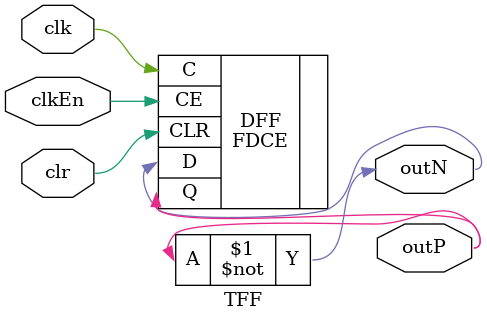
<source format=v>
`timescale 1ns / 1ps
module TFF(
		input 	clk,		//	Clock input.
		input 	clr,		// Active high, asynchronous reset signal.
		input 	clkEn,	    // Enable signal.
		output 	outP,		//	Output signal.
		output 	outN		// Inverted ouput signal.
	);

//	Instantiation of data flip-flop:
	FDCE DFF (
		.Q(outP),
		.C(clk),
		.CE(clkEn),
		.CLR(clr),
		.D(outN)
	);
	
//	Instantiation of inverter:
	assign outN = ~outP;

endmodule

</source>
